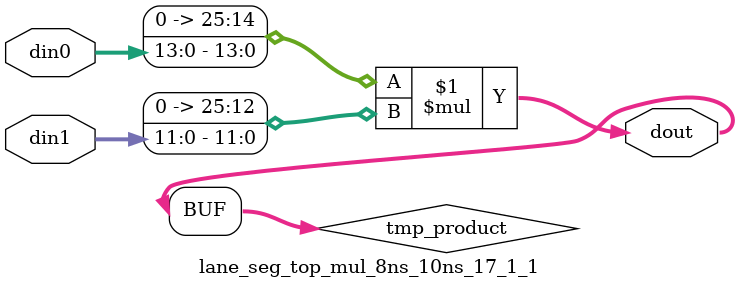
<source format=v>

`timescale 1 ns / 1 ps

  module lane_seg_top_mul_8ns_10ns_17_1_1(din0, din1, dout);
parameter ID = 1;
parameter NUM_STAGE = 0;
parameter din0_WIDTH = 14;
parameter din1_WIDTH = 12;
parameter dout_WIDTH = 26;

input [din0_WIDTH - 1 : 0] din0; 
input [din1_WIDTH - 1 : 0] din1; 
output [dout_WIDTH - 1 : 0] dout;

wire signed [dout_WIDTH - 1 : 0] tmp_product;










assign tmp_product = $signed({1'b0, din0}) * $signed({1'b0, din1});











assign dout = tmp_product;







endmodule

</source>
